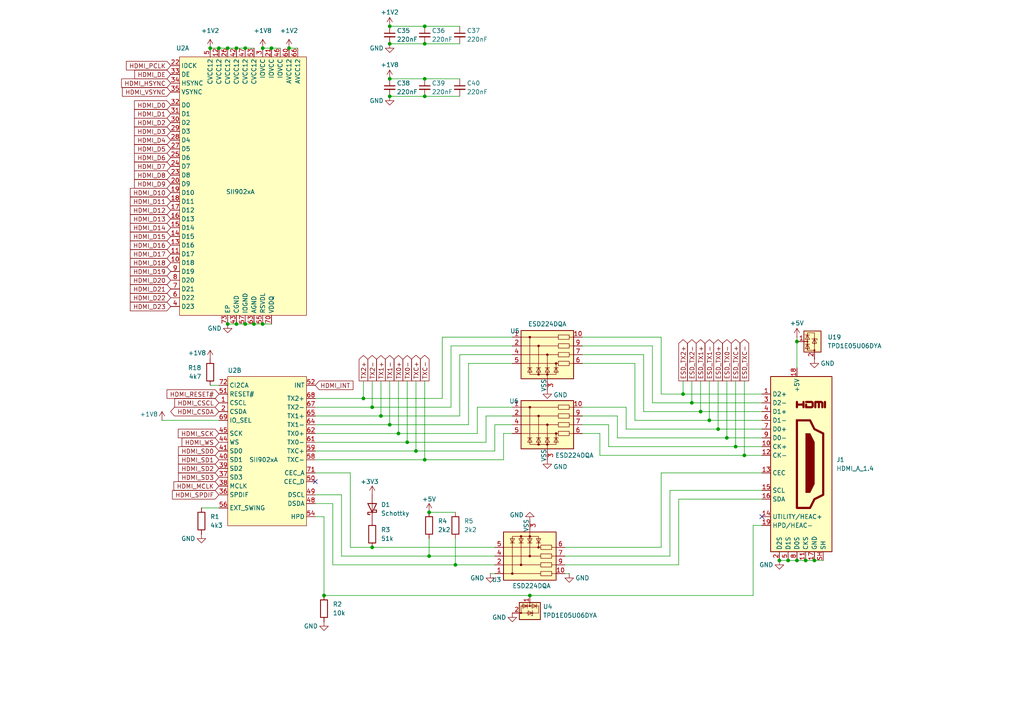
<source format=kicad_sch>
(kicad_sch (version 20231120) (generator "eeschema") (generator_version "8.0")
  (paper "A4")
  (lib_symbols
    (symbol "Connector:HDMI_A_1.4"
      (property "Reference" "J" (at -6.35 26.67 0))
      (property "Value" "HDMI_A_1.4" (at 10.16 26.67 0))
      (symbol "HDMI_A_1.4_0_0"
        (polyline (pts (xy 8.128 16.51) (xy 8.128 18.034)) (stroke (width 0.635)))
        (polyline (pts (xy 0 16.51) (xy 0 18.034) (xy 0 17.272) (xy 1.905 17.272) (xy 1.905 18.034) (xy 1.905 16.51)) (stroke (width 0.635)))
        (polyline (pts (xy 2.667 18.034) (xy 4.318 18.034) (xy 4.572 17.78) (xy 4.572 16.764) (xy 4.318 16.51) (xy 2.667 16.51) (xy 2.667 17.272)) (stroke (width 0.635)))
      )
      (symbol "HDMI_A_1.4_0_1"
        (rectangle (start -7.62 25.4) (end 10.16 -25.4) (stroke (width 0.254)) (fill (type background)))
        (polyline (pts (xy 2.54 8.89) (xy 3.81 8.89) (xy 5.08 6.35) (xy 5.08 -5.715) (xy 3.81 -8.255) (xy 2.54 -8.255) (xy 2.54 8.89)) (fill (type outline)))
        (polyline (pts (xy 5.334 16.51) (xy 5.334 18.034) (xy 6.35 18.034) (xy 6.35 16.51) (xy 6.35 18.034) (xy 7.112 18.034) (xy 7.366 17.78) (xy 7.366 16.51)) (stroke (width 0.635)))
        (polyline (pts (xy 0 12.7) (xy 0 -12.7) (xy 3.81 -12.7) (xy 5.08 -10.16) (xy 7.62 -8.89) (xy 7.62 8.89) (xy 5.08 10.16) (xy 3.81 12.7) (xy 0 12.7)) (stroke (width 0.635)))
      )
      (symbol "HDMI_A_1.4_1_1"
        (pin passive line (at -10.16 20.32 0) (length 2.54) (name "D2+") (number "1"))
        (pin passive line (at -10.16 5.08 0) (length 2.54) (name "CK+") (number "10"))
        (pin power_in line (at 2.54 -27.94 90) (length 2.54) (name "CKS") (number "11"))
        (pin passive line (at -10.16 2.54 0) (length 2.54) (name "CK-") (number "12"))
        (pin bidirectional line (at -10.16 -2.54 0) (length 2.54) (name "CEC") (number "13"))
        (pin passive line (at -10.16 -15.24 0) (length 2.54) (name "UTILITY/HEAC+") (number "14"))
        (pin passive line (at -10.16 -7.62 0) (length 2.54) (name "SCL") (number "15"))
        (pin bidirectional line (at -10.16 -10.16 0) (length 2.54) (name "SDA") (number "16"))
        (pin power_in line (at 5.08 -27.94 90) (length 2.54) (name "GND") (number "17"))
        (pin power_in line (at 0 27.94 270) (length 2.54) (name "+5V") (number "18"))
        (pin passive line (at -10.16 -17.78 0) (length 2.54) (name "HPD/HEAC-") (number "19"))
        (pin power_in line (at -5.08 -27.94 90) (length 2.54) (name "D2S") (number "2"))
        (pin passive line (at -10.16 17.78 0) (length 2.54) (name "D2-") (number "3"))
        (pin passive line (at -10.16 15.24 0) (length 2.54) (name "D1+") (number "4"))
        (pin power_in line (at -2.54 -27.94 90) (length 2.54) (name "D1S") (number "5"))
        (pin passive line (at -10.16 12.7 0) (length 2.54) (name "D1-") (number "6"))
        (pin passive line (at -10.16 10.16 0) (length 2.54) (name "D0+") (number "7"))
        (pin power_in line (at 0 -27.94 90) (length 2.54) (name "D0S") (number "8"))
        (pin passive line (at -10.16 7.62 0) (length 2.54) (name "D0-") (number "9"))
        (pin passive line (at 7.62 -27.94 90) (length 2.54) (name "SH") (number "SH"))
      )
    )
    (symbol "Device:C_Small" (pin_numbers hide) (pin_names (offset 0.254) hide)
      (property "Reference" "C" (at 0.254 1.778 0))
      (property "Value" "C_Small" (at 0.254 -2.032 0))
      (symbol "C_Small_0_1"
        (polyline (pts (xy -1.524 -0.508) (xy 1.524 -0.508)) (stroke (width 0.3302)))
        (polyline (pts (xy -1.524 0.508) (xy 1.524 0.508)) (stroke (width 0.3048)))
      )
      (symbol "C_Small_1_1"
        (pin passive line (at 0 2.54 270) (length 2.032) (name "~") (number "1"))
        (pin passive line (at 0 -2.54 90) (length 2.032) (name "~") (number "2"))
      )
    )
    (symbol "Device:D_Schottky" (pin_numbers hide) (pin_names (offset 1.016) hide)
      (property "Reference" "D" (at 0 2.54 0))
      (property "Value" "D_Schottky" (at 0 -2.54 0))
      (symbol "D_Schottky_0_1"
        (polyline (pts (xy 1.27 0) (xy -1.27 0)))
        (polyline (pts (xy 1.27 1.27) (xy 1.27 -1.27) (xy -1.27 0) (xy 1.27 1.27)) (stroke (width 0.254)))
        (polyline (pts (xy -1.905 0.635) (xy -1.905 1.27) (xy -1.27 1.27) (xy -1.27 -1.27) (xy -0.635 -1.27) (xy -0.635 -0.635)) (stroke (width 0.254)))
      )
      (symbol "D_Schottky_1_1"
        (pin passive line (at -3.81 0 0) (length 2.54) (name "K") (number "1"))
        (pin passive line (at 3.81 0 180) (length 2.54) (name "A") (number "2"))
      )
    )
    (symbol "Device:R" (pin_numbers hide) (pin_names (offset 0))
      (property "Reference" "R" (at 2.032 0 90))
      (property "Value" "R" (at 0 0 90))
      (symbol "R_0_1"
        (rectangle (start -1.016 -2.54) (end 1.016 2.54) (stroke (width 0.254)))
      )
      (symbol "R_1_1"
        (pin passive line (at 0 3.81 270) (length 1.27) (name "~") (number "1"))
        (pin passive line (at 0 -3.81 90) (length 1.27) (name "~") (number "2"))
      )
    )
    (symbol "Interface_HDMI:SII902xA"
      (property "Reference" "U" (at 1.524 2.032 0))
      (property "Value" "SII902xA" (at 13.716 -16.002 0))
      (symbol "SII902xA_1_1"
        (rectangle (start 2.54 -2.54) (end 39.37 -77.47) (fill (type background)))
        (pin input line (at 0 -62.23 0) (length 2.54) (name "D18") (number "10"))
        (pin input line (at 0 -59.69 0) (length 2.54) (name "D17") (number "11"))
        (pin power_in line (at 13.97 0 270) (length 2.54) (name "CVCC12") (number "12"))
        (pin input line (at 0 -57.15 0) (length 2.54) (name "D16") (number "13"))
        (pin input line (at 0 -54.61 0) (length 2.54) (name "D15") (number "14"))
        (pin input line (at 0 -52.07 0) (length 2.54) (name "D14") (number "15"))
        (pin input line (at 0 -49.53 0) (length 2.54) (name "D13") (number "16"))
        (pin input line (at 0 -46.99 0) (length 2.54) (name "D12") (number "17"))
        (pin input line (at 0 -44.45 0) (length 2.54) (name "D11") (number "18"))
        (pin input line (at 0 -41.91 0) (length 2.54) (name "D10") (number "19"))
        (pin input line (at 0 -39.37 0) (length 2.54) (name "D9") (number "20"))
        (pin power_in line (at 29.21 0 270) (length 2.54) (name "IOVCC") (number "21"))
        (pin input line (at 0 -5.08 0) (length 2.54) (name "IDCK") (number "22"))
        (pin input line (at 0 -36.83 0) (length 2.54) (name "D8") (number "23"))
        (pin input line (at 0 -34.29 0) (length 2.54) (name "D7") (number "24"))
        (pin input line (at 0 -31.75 0) (length 2.54) (name "D6") (number "25"))
        (pin power_in line (at 16.51 0 270) (length 2.54) (name "CVCC12") (number "26"))
        (pin input line (at 0 -29.21 0) (length 2.54) (name "D5") (number "27"))
        (pin input line (at 0 -26.67 0) (length 2.54) (name "D4") (number "28"))
        (pin input line (at 0 -24.13 0) (length 2.54) (name "D3") (number "29"))
        (pin power_in line (at 26.67 0 270) (length 2.54) (name "IOVCC") (number "3"))
        (pin input line (at 0 -21.59 0) (length 2.54) (name "D2") (number "30"))
        (pin input line (at 0 -19.05 0) (length 2.54) (name "D1") (number "31"))
        (pin input line (at 0 -16.51 0) (length 2.54) (name "D0") (number "32"))
        (pin input line (at 0 -7.62 0) (length 2.54) (name "DE") (number "33"))
        (pin input line (at 0 -10.16 0) (length 2.54) (name "HSYNC") (number "34"))
        (pin input line (at 0 -12.7 0) (length 2.54) (name "VSYNC") (number "35"))
        (pin input line (at 0 -74.93 0) (length 2.54) (name "D23") (number "4"))
        (pin power_in line (at 19.05 0 270) (length 2.54) (name "CVCC12") (number "42"))
        (pin power_in line (at 19.05 -80.01 90) (length 2.54) (name "CGND") (number "43"))
        (pin power_in line (at 31.75 0 270) (length 2.54) (name "IOVCC") (number "46"))
        (pin power_in line (at 21.59 0 270) (length 2.54) (name "CVCC12") (number "47"))
        (pin power_in line (at 11.43 0 270) (length 2.54) (name "CVCC12") (number "5"))
        (pin power_in line (at 24.13 0 270) (length 2.54) (name "CVCC12") (number "53"))
        (pin input line (at 26.67 -80.01 90) (length 2.54) (name "RSVDL") (number "55"))
        (pin power_in line (at 21.59 -80.01 90) (length 2.54) (name "IOGND") (number "57"))
        (pin input line (at 0 -72.39 0) (length 2.54) (name "D22") (number "6"))
        (pin power_in line (at 34.29 0 270) (length 2.54) (name "AVCC12") (number "60"))
        (pin power_in line (at 24.13 -80.01 90) (length 2.54) (name "AGND") (number "63"))
        (pin power_in line (at 36.83 0 270) (length 2.54) (name "AVCC12") (number "66"))
        (pin input line (at 0 -69.85 0) (length 2.54) (name "D21") (number "7"))
        (pin input line (at 29.21 -80.01 90) (length 2.54) (name "VDDQ") (number "70"))
        (pin power_in line (at 16.51 -80.01 90) (length 2.54) (name "EP") (number "73"))
        (pin input line (at 0 -67.31 0) (length 2.54) (name "D20") (number "8"))
        (pin input line (at 0 -64.77 0) (length 2.54) (name "D19") (number "9"))
      )
      (symbol "SII902xA_2_1"
        (rectangle (start 2.5697 -2.54) (end 25.4 -45.833) (fill (type background)))
        (pin bidirectional line (at 0 -10.16 0) (length 2.54) (name "CSCL") (number "1"))
        (pin bidirectional line (at 0 -12.7 0) (length 2.54) (name "CSDA") (number "2"))
        (pin input line (at 0 -36.83 0) (length 2.54) (name "SPDIF") (number "36"))
        (pin input line (at 0 -31.75 0) (length 2.54) (name "SD3") (number "37"))
        (pin input line (at 0 -34.29 0) (length 2.54) (name "MCLK") (number "38"))
        (pin input line (at 0 -29.21 0) (length 2.54) (name "SD2") (number "39"))
        (pin input line (at 0 -26.67 0) (length 2.54) (name "SD1") (number "40"))
        (pin input line (at 0 -24.13 0) (length 2.54) (name "SD0") (number "41"))
        (pin input line (at 0 -21.59 0) (length 2.54) (name "WS") (number "44"))
        (pin input line (at 0 -19.05 0) (length 2.54) (name "SCK") (number "45"))
        (pin bidirectional line (at 27.94 -39.37 180) (length 2.54) (name "DSDA") (number "48"))
        (pin bidirectional line (at 27.94 -36.83 180) (length 2.54) (name "DSCL") (number "49"))
        (pin bidirectional line (at 27.94 -33.02 180) (length 2.54) (name "CEC_D") (number "50"))
        (pin input line (at 0 -7.62 0) (length 2.54) (name "RESET#") (number "51"))
        (pin output line (at 27.94 -5.08 180) (length 2.54) (name "INT") (number "52"))
        (pin input line (at 27.94 -43.18 180) (length 2.54) (name "HPD") (number "54"))
        (pin input line (at 0 -40.64 0) (length 2.54) (name "EXT_SWING") (number "56"))
        (pin output line (at 27.94 -26.67 180) (length 2.54) (name "TXC-") (number "58"))
        (pin output line (at 27.94 -24.13 180) (length 2.54) (name "TXC+") (number "59"))
        (pin output line (at 27.94 -21.59 180) (length 2.54) (name "TX0-") (number "61"))
        (pin output line (at 27.94 -19.05 180) (length 2.54) (name "TX0+") (number "62"))
        (pin output line (at 27.94 -16.51 180) (length 2.54) (name "TX1-") (number "64"))
        (pin output line (at 27.94 -13.97 180) (length 2.54) (name "TX1+") (number "65"))
        (pin output line (at 27.94 -11.43 180) (length 2.54) (name "TX2-") (number "67"))
        (pin output line (at 27.94 -8.89 180) (length 2.54) (name "TX2+") (number "68"))
        (pin input line (at 0 -15.24 0) (length 2.54) (name "IO_SEL") (number "69"))
        (pin bidirectional line (at 27.94 -30.48 180) (length 2.54) (name "CEC_A") (number "71"))
        (pin input line (at 0 -5.08 0) (length 2.54) (name "CI2CA") (number "72"))
      )
    )
    (symbol "Power_Protection:ESD224DQA" (pin_names (offset 0))
      (property "Reference" "U" (at -0.635 8.255 0))
      (property "Value" "ESD224DQA" (at 8.89 -8.255 0))
      (symbol "ESD224DQA_0_0"
        (polyline (pts (xy -2.54 -5.715) (xy -2.54 2.54)))
        (polyline (pts (xy 0 0) (xy 0 -6.985)))
      )
      (symbol "ESD224DQA_0_1"
        (rectangle (start -7.62 6.985) (end 7.62 -6.985) (stroke (width 0.254)) (fill (type background)))
        (circle (center -5.08 5.08) (radius 0.2794) (fill (type outline)))
        (circle (center -2.54 -5.715) (radius 0.2794) (fill (type outline)))
        (circle (center -2.54 2.54) (radius 0.2794) (fill (type outline)))
        (circle (center 0 -5.715) (radius 0.2794) (fill (type outline)))
        (polyline (pts (xy -7.62 -2.54) (xy 3.175 -2.54)))
        (polyline (pts (xy -7.62 0) (xy 1.27 0)))
        (polyline (pts (xy -7.62 2.54) (xy -5.08 2.54)))
        (polyline (pts (xy -7.62 5.08) (xy -7.62 5.08)))
        (polyline (pts (xy -4.445 -3.81) (xy -5.715 -3.81)))
        (polyline (pts (xy -1.905 -3.81) (xy -3.175 -3.81)))
        (polyline (pts (xy 0 -6.985) (xy 0 -7.62)))
        (polyline (pts (xy 0.635 -3.81) (xy -0.635 -3.81)))
        (polyline (pts (xy 3.175 -3.81) (xy 1.905 -3.81)))
        (polyline (pts (xy 3.175 0) (xy 1.27 0)) (stroke (width 0.1524)))
        (polyline (pts (xy 3.175 5.08) (xy -7.62 5.08)) (stroke (width 0.1524)))
        (polyline (pts (xy 7.62 -2.54) (xy 6.35 -2.54)) (stroke (width 0.1524)))
        (polyline (pts (xy 7.62 0) (xy 6.35 0)) (stroke (width 0.1524)))
        (polyline (pts (xy 7.62 2.54) (xy 6.35 2.54)) (stroke (width 0.1524)))
        (polyline (pts (xy 7.62 5.08) (xy 6.35 5.08)) (stroke (width 0.1524)))
        (polyline (pts (xy -5.08 5.08) (xy -5.08 -5.715) (xy 2.54 -5.715) (xy 2.54 -2.54)) (stroke (width 0.1524)))
        (polyline (pts (xy -4.445 -5.08) (xy -5.715 -5.08) (xy -5.08 -3.81) (xy -4.445 -5.08)))
        (polyline (pts (xy -1.905 -5.08) (xy -3.175 -5.08) (xy -2.54 -3.81) (xy -1.905 -5.08)))
        (polyline (pts (xy 0.635 -5.08) (xy -0.635 -5.08) (xy 0 -3.81) (xy 0.635 -5.08)))
        (polyline (pts (xy 3.175 -5.08) (xy 1.905 -5.08) (xy 2.54 -3.81) (xy 3.175 -5.08)))
        (polyline (pts (xy 3.175 2.54) (xy 0 2.54) (xy 0 2.54) (xy -3.81 2.54) (xy -3.81 2.54) (xy -5.08 2.54)) (stroke (width 0.1524)))
        (circle (center 0 0) (radius 0.2794) (fill (type outline)))
        (circle (center 2.54 -2.54) (radius 0.2794) (fill (type outline)))
        (rectangle (start 3.175 -1.905) (end 6.35 -3.175) (stroke (width 0.1524)))
        (rectangle (start 3.175 0.635) (end 6.35 -0.635) (stroke (width 0.1524)))
        (rectangle (start 3.175 3.175) (end 6.35 1.905) (stroke (width 0.1524)))
        (rectangle (start 3.175 5.715) (end 6.35 4.445) (stroke (width 0.1524)))
      )
      (symbol "ESD224DQA_1_1"
        (pin passive line (at -10.16 5.08 0) (length 2.54) (name "~") (number "1"))
        (pin passive line (at 10.16 5.08 180) (length 2.54) (name "~") (number "10"))
        (pin passive line (at -10.16 2.54 0) (length 2.54) (name "~") (number "2"))
        (pin power_in line (at 0 -10.16 90) (length 2.54) (name "VSS") (number "3"))
        (pin passive line (at -10.16 0 0) (length 2.54) (name "~") (number "4"))
        (pin passive line (at -10.16 -2.54 0) (length 2.54) (name "~") (number "5"))
        (pin passive line (at 10.16 -2.54 180) (length 2.54) (name "~") (number "6"))
        (pin passive line (at 10.16 0 180) (length 2.54) (name "~") (number "7"))
        (pin passive line (at 0 -10.16 90) (length 2.54) hide (name "VSS") (number "8"))
        (pin passive line (at 10.16 2.54 180) (length 2.54) (name "~") (number "9"))
      )
    )
    (symbol "Power_Protection:TPD1E05U06DYA" (pin_names (offset 0) hide)
      (property "Reference" "U" (at -2.54 3.175 0))
      (property "Value" "TPD1E05U06DYA" (at 1.27 3.175 0))
      (symbol "TPD1E05U06DYA_0_1"
        (rectangle (start -3.048 1.905) (end 3.048 -3.048) (stroke (width 0.254)) (fill (type background)))
        (circle (center 0 -2.032) (radius 0.2032) (fill (type outline)))
        (polyline (pts (xy -2.54 -2.032) (xy -2.54 0)))
        (polyline (pts (xy -1.905 -2.667) (xy -1.905 -1.397)))
        (polyline (pts (xy -1.016 0) (xy -2.54 0)))
        (polyline (pts (xy -0.762 -0.762) (xy -0.762 0.762)))
        (polyline (pts (xy -0.762 0.762) (xy -0.762 0.762)))
        (polyline (pts (xy -0.635 -2.032) (xy -2.54 -2.032)))
        (polyline (pts (xy -0.635 -2.032) (xy 0.635 -2.032)))
        (polyline (pts (xy -0.381 0.762) (xy -0.762 0.762)))
        (polyline (pts (xy 0 -2.54) (xy 0 -2.032)))
        (polyline (pts (xy 0.762 -2.667) (xy 0.762 -1.397)))
        (polyline (pts (xy 0.889 0) (xy -1.016 0)))
        (polyline (pts (xy 0.889 0) (xy -1.016 0)))
        (polyline (pts (xy 0.889 0) (xy 2.54 0)))
        (polyline (pts (xy 2.54 -2.032) (xy 0.635 -2.032)))
        (polyline (pts (xy 2.54 -2.032) (xy 0.635 -2.032)))
        (polyline (pts (xy 2.54 -2.032) (xy 2.54 0)))
        (polyline (pts (xy -1.905 -2.032) (xy -0.635 -1.397) (xy -0.635 -2.667) (xy -1.905 -2.032)))
        (polyline (pts (xy -0.762 0) (xy 0.508 0.635) (xy 0.508 -0.635) (xy -0.762 0)))
        (polyline (pts (xy 0.762 -2.032) (xy 2.032 -1.397) (xy 2.032 -2.667) (xy 0.762 -2.032)))
        (circle (center 2.54 0) (radius 0.2032) (fill (type outline)))
      )
      (symbol "TPD1E05U06DYA_1_1"
        (pin passive line (at 0 -5.08 90) (length 2.54) (name "I/O") (number "1"))
        (pin power_in line (at 5.08 0 180) (length 2.54) (name "GND") (number "2"))
      )
    )
    (symbol "power:+1V2" (power) (pin_numbers hide) (pin_names (offset 0) hide)
      (property "Value" "+1V2" (at 0 3.556 0))
      (symbol "+1V2_0_1"
        (polyline (pts (xy -0.762 1.27) (xy 0 2.54)))
        (polyline (pts (xy 0 0) (xy 0 2.54)))
        (polyline (pts (xy 0 2.54) (xy 0.762 1.27)))
      )
      (symbol "+1V2_1_1"
        (pin power_in line (at 0 0 90) (length 0) (name "~") (number "1"))
      )
    )
    (symbol "power:+1V8" (power) (pin_numbers hide) (pin_names (offset 0) hide)
      (property "Value" "+1V8" (at 0 3.556 0))
      (symbol "+1V8_0_1"
        (polyline (pts (xy -0.762 1.27) (xy 0 2.54)))
        (polyline (pts (xy 0 0) (xy 0 2.54)))
        (polyline (pts (xy 0 2.54) (xy 0.762 1.27)))
      )
      (symbol "+1V8_1_1"
        (pin power_in line (at 0 0 90) (length 0) (name "~") (number "1"))
      )
    )
    (symbol "power:+3V3" (power) (pin_numbers hide) (pin_names (offset 0) hide)
      (property "Value" "+3V3" (at 0 3.556 0))
      (symbol "+3V3_0_1"
        (polyline (pts (xy -0.762 1.27) (xy 0 2.54)))
        (polyline (pts (xy 0 0) (xy 0 2.54)))
        (polyline (pts (xy 0 2.54) (xy 0.762 1.27)))
      )
      (symbol "+3V3_1_1"
        (pin power_in line (at 0 0 90) (length 0) (name "~") (number "1"))
      )
    )
    (symbol "power:+5V" (power) (pin_numbers hide) (pin_names (offset 0) hide)
      (property "Value" "+5V" (at 0 3.556 0))
      (symbol "+5V_0_1"
        (polyline (pts (xy -0.762 1.27) (xy 0 2.54)))
        (polyline (pts (xy 0 0) (xy 0 2.54)))
        (polyline (pts (xy 0 2.54) (xy 0.762 1.27)))
      )
      (symbol "+5V_1_1"
        (pin power_in line (at 0 0 90) (length 0) (name "~") (number "1"))
      )
    )
    (symbol "power:GND" (power) (pin_numbers hide) (pin_names (offset 0) hide)
      (property "Value" "GND" (at 0 -3.81 0))
      (symbol "GND_0_1"
        (polyline (pts (xy 0 0) (xy 0 -1.27) (xy 1.27 -1.27) (xy 0 -2.54) (xy -1.27 -1.27) (xy 0 -1.27)))
      )
      (symbol "GND_1_1"
        (pin power_in line (at 0 0 270) (length 0) (name "~") (number "1"))
      )
    )
  )
  (junction (at 123.19 12.7))
  (junction (at 123.19 27.94))
  (junction (at 228.6 162.56))
  (junction (at 124.46 161.29))
  (junction (at 233.68 162.56))
  (junction (at 123.19 133.35))
  (junction (at 120.65 130.81))
  (junction (at 71.12 13.97))
  (junction (at 110.49 120.65))
  (junction (at 231.14 99.06))
  (junction (at 113.03 27.94))
  (junction (at 208.28 124.46))
  (junction (at 153.67 172.72))
  (junction (at 123.19 7.62))
  (junction (at 105.41 115.57))
  (junction (at 210.82 127))
  (junction (at 200.66 116.84))
  (junction (at 68.58 13.97))
  (junction (at 107.95 118.11))
  (junction (at 226.06 162.56))
  (junction (at 203.2 119.38))
  (junction (at 113.03 22.86))
  (junction (at 113.03 12.7))
  (junction (at 83.82 13.97))
  (junction (at 71.12 93.98))
  (junction (at 63.5 13.97))
  (junction (at 68.58 93.98))
  (junction (at 124.46 148.59))
  (junction (at 93.98 172.72))
  (junction (at 113.03 123.19))
  (junction (at 76.2 13.97))
  (junction (at 76.2 93.98))
  (junction (at 60.96 13.97))
  (junction (at 231.14 162.56))
  (junction (at 213.36 129.54))
  (junction (at 215.9 132.08))
  (junction (at 66.04 93.98))
  (junction (at 132.08 163.83))
  (junction (at 236.22 162.56))
  (junction (at 107.95 158.75))
  (junction (at 198.12 114.3))
  (junction (at 73.66 93.98))
  (junction (at 113.03 7.62))
  (junction (at 205.74 121.92))
  (junction (at 123.19 22.86))
  (junction (at 66.04 13.97))
  (junction (at 78.74 13.97))
  (junction (at 118.11 128.27))
  (junction (at 115.57 125.73))
  (no_connect (at 220.98 149.86))
  (no_connect (at 91.44 139.7))
  (wire (pts (xy 142.24 166.37) (xy 143.51 166.37)))
  (wire (pts (xy 130.81 118.11) (xy 130.81 100.33)))
  (wire (pts (xy 68.58 93.98) (xy 71.12 93.98)))
  (wire (pts (xy 101.6 158.75) (xy 107.95 158.75)))
  (wire (pts (xy 176.53 129.54) (xy 176.53 123.19)))
  (wire (pts (xy 71.12 13.97) (xy 73.66 13.97)))
  (wire (pts (xy 143.51 130.81) (xy 143.51 123.19)))
  (wire (pts (xy 191.77 114.3) (xy 191.77 97.79)))
  (wire (pts (xy 194.31 142.24) (xy 220.98 142.24)))
  (wire (pts (xy 208.28 124.46) (xy 220.98 124.46)))
  (wire (pts (xy 93.98 149.86) (xy 91.44 149.86)))
  (wire (pts (xy 198.12 114.3) (xy 220.98 114.3)))
  (wire (pts (xy 208.28 124.46) (xy 181.61 124.46)))
  (wire (pts (xy 46.99 121.92) (xy 63.5 121.92)))
  (wire (pts (xy 123.19 7.62) (xy 133.35 7.62)))
  (wire (pts (xy 133.35 102.87) (xy 133.35 120.65)))
  (wire (pts (xy 203.2 119.38) (xy 220.98 119.38)))
  (wire (pts (xy 140.97 128.27) (xy 140.97 120.65)))
  (wire (pts (xy 113.03 27.94) (xy 123.19 27.94)))
  (wire (pts (xy 146.05 133.35) (xy 146.05 125.73)))
  (wire (pts (xy 118.11 110.49) (xy 118.11 128.27)))
  (wire (pts (xy 138.43 118.11) (xy 148.59 118.11)))
  (wire (pts (xy 205.74 110.49) (xy 205.74 121.92)))
  (wire (pts (xy 91.44 137.16) (xy 101.6 137.16)))
  (wire (pts (xy 123.19 133.35) (xy 146.05 133.35)))
  (wire (pts (xy 58.42 147.32) (xy 63.5 147.32)))
  (wire (pts (xy 120.65 130.81) (xy 143.51 130.81)))
  (wire (pts (xy 120.65 110.49) (xy 120.65 130.81)))
  (wire (pts (xy 124.46 161.29) (xy 143.51 161.29)))
  (wire (pts (xy 91.44 120.65) (xy 110.49 120.65)))
  (wire (pts (xy 113.03 22.86) (xy 123.19 22.86)))
  (wire (pts (xy 105.41 110.49) (xy 105.41 115.57)))
  (wire (pts (xy 91.44 123.19) (xy 113.03 123.19)))
  (wire (pts (xy 91.44 130.81) (xy 120.65 130.81)))
  (wire (pts (xy 66.04 13.97) (xy 68.58 13.97)))
  (wire (pts (xy 107.95 118.11) (xy 130.81 118.11)))
  (wire (pts (xy 173.99 132.08) (xy 173.99 125.73)))
  (wire (pts (xy 73.66 93.98) (xy 76.2 93.98)))
  (wire (pts (xy 113.03 123.19) (xy 135.89 123.19)))
  (wire (pts (xy 96.52 163.83) (xy 96.52 146.05)))
  (wire (pts (xy 60.96 111.76) (xy 63.5 111.76)))
  (wire (pts (xy 71.12 93.98) (xy 73.66 93.98)))
  (wire (pts (xy 91.44 118.11) (xy 107.95 118.11)))
  (wire (pts (xy 233.68 162.56) (xy 236.22 162.56)))
  (wire (pts (xy 220.98 144.78) (xy 196.85 144.78)))
  (wire (pts (xy 179.07 127) (xy 179.07 120.65)))
  (wire (pts (xy 203.2 110.49) (xy 203.2 119.38)))
  (wire (pts (xy 213.36 129.54) (xy 220.98 129.54)))
  (wire (pts (xy 220.98 137.16) (xy 191.77 137.16)))
  (wire (pts (xy 186.69 102.87) (xy 186.69 119.38)))
  (wire (pts (xy 146.05 125.73) (xy 148.59 125.73)))
  (wire (pts (xy 68.58 13.97) (xy 71.12 13.97)))
  (wire (pts (xy 76.2 13.97) (xy 78.74 13.97)))
  (wire (pts (xy 215.9 132.08) (xy 173.99 132.08)))
  (wire (pts (xy 165.1 166.37) (xy 163.83 166.37)))
  (wire (pts (xy 91.44 128.27) (xy 118.11 128.27)))
  (wire (pts (xy 123.19 27.94) (xy 133.35 27.94)))
  (wire (pts (xy 93.98 172.72) (xy 153.67 172.72)))
  (wire (pts (xy 99.06 161.29) (xy 99.06 143.51)))
  (wire (pts (xy 205.74 121.92) (xy 184.15 121.92)))
  (wire (pts (xy 138.43 125.73) (xy 138.43 118.11)))
  (wire (pts (xy 113.03 110.49) (xy 113.03 123.19)))
  (wire (pts (xy 168.91 97.79) (xy 191.77 97.79)))
  (wire (pts (xy 128.27 97.79) (xy 128.27 115.57)))
  (wire (pts (xy 132.08 163.83) (xy 143.51 163.83)))
  (wire (pts (xy 148.59 102.87) (xy 133.35 102.87)))
  (wire (pts (xy 91.44 115.57) (xy 105.41 115.57)))
  (wire (pts (xy 213.36 129.54) (xy 176.53 129.54)))
  (wire (pts (xy 196.85 163.83) (xy 163.83 163.83)))
  (wire (pts (xy 99.06 143.51) (xy 91.44 143.51)))
  (wire (pts (xy 91.44 125.73) (xy 115.57 125.73)))
  (wire (pts (xy 113.03 12.7) (xy 123.19 12.7)))
  (wire (pts (xy 200.66 116.84) (xy 220.98 116.84)))
  (wire (pts (xy 113.03 7.62) (xy 123.19 7.62)))
  (wire (pts (xy 189.23 116.84) (xy 200.66 116.84)))
  (wire (pts (xy 140.97 120.65) (xy 148.59 120.65)))
  (wire (pts (xy 186.69 119.38) (xy 203.2 119.38)))
  (wire (pts (xy 148.59 97.79) (xy 128.27 97.79)))
  (wire (pts (xy 66.04 93.98) (xy 68.58 93.98)))
  (wire (pts (xy 196.85 144.78) (xy 196.85 163.83)))
  (wire (pts (xy 181.61 124.46) (xy 181.61 118.11)))
  (wire (pts (xy 107.95 158.75) (xy 143.51 158.75)))
  (wire (pts (xy 215.9 110.49) (xy 215.9 132.08)))
  (wire (pts (xy 228.6 162.56) (xy 231.14 162.56)))
  (wire (pts (xy 168.91 118.11) (xy 181.61 118.11)))
  (wire (pts (xy 124.46 156.21) (xy 124.46 161.29)))
  (wire (pts (xy 208.28 110.49) (xy 208.28 124.46)))
  (wire (pts (xy 153.67 172.72) (xy 218.44 172.72)))
  (wire (pts (xy 210.82 110.49) (xy 210.82 127)))
  (wire (pts (xy 184.15 121.92) (xy 184.15 105.41)))
  (wire (pts (xy 143.51 123.19) (xy 148.59 123.19)))
  (wire (pts (xy 215.9 132.08) (xy 220.98 132.08)))
  (wire (pts (xy 168.91 120.65) (xy 179.07 120.65)))
  (wire (pts (xy 110.49 110.49) (xy 110.49 120.65)))
  (wire (pts (xy 123.19 12.7) (xy 133.35 12.7)))
  (wire (pts (xy 163.83 161.29) (xy 194.31 161.29)))
  (wire (pts (xy 123.19 22.86) (xy 133.35 22.86)))
  (wire (pts (xy 135.89 105.41) (xy 135.89 123.19)))
  (wire (pts (xy 205.74 121.92) (xy 220.98 121.92)))
  (wire (pts (xy 63.5 13.97) (xy 66.04 13.97)))
  (wire (pts (xy 168.91 123.19) (xy 176.53 123.19)))
  (wire (pts (xy 60.96 13.97) (xy 63.5 13.97)))
  (wire (pts (xy 130.81 100.33) (xy 148.59 100.33)))
  (wire (pts (xy 78.74 13.97) (xy 81.28 13.97)))
  (wire (pts (xy 191.77 137.16) (xy 191.77 158.75)))
  (wire (pts (xy 210.82 127) (xy 179.07 127)))
  (wire (pts (xy 101.6 137.16) (xy 101.6 158.75)))
  (wire (pts (xy 198.12 114.3) (xy 191.77 114.3)))
  (wire (pts (xy 168.91 105.41) (xy 184.15 105.41)))
  (wire (pts (xy 231.14 97.79) (xy 231.14 99.06)))
  (wire (pts (xy 198.12 110.49) (xy 198.12 114.3)))
  (wire (pts (xy 200.66 110.49) (xy 200.66 116.84)))
  (wire (pts (xy 231.14 162.56) (xy 233.68 162.56)))
  (wire (pts (xy 115.57 110.49) (xy 115.57 125.73)))
  (wire (pts (xy 118.11 128.27) (xy 140.97 128.27)))
  (wire (pts (xy 115.57 125.73) (xy 138.43 125.73)))
  (wire (pts (xy 124.46 148.59) (xy 132.08 148.59)))
  (wire (pts (xy 96.52 163.83) (xy 132.08 163.83)))
  (wire (pts (xy 96.52 146.05) (xy 91.44 146.05)))
  (wire (pts (xy 148.59 105.41) (xy 135.89 105.41)))
  (wire (pts (xy 194.31 161.29) (xy 194.31 142.24)))
  (wire (pts (xy 132.08 156.21) (xy 132.08 163.83)))
  (wire (pts (xy 231.14 99.06) (xy 231.14 106.68)))
  (wire (pts (xy 168.91 125.73) (xy 173.99 125.73)))
  (wire (pts (xy 210.82 127) (xy 220.98 127)))
  (wire (pts (xy 218.44 152.4) (xy 218.44 172.72)))
  (wire (pts (xy 123.19 110.49) (xy 123.19 133.35)))
  (wire (pts (xy 191.77 158.75) (xy 163.83 158.75)))
  (wire (pts (xy 168.91 100.33) (xy 189.23 100.33)))
  (wire (pts (xy 226.06 162.56) (xy 228.6 162.56)))
  (wire (pts (xy 218.44 152.4) (xy 220.98 152.4)))
  (wire (pts (xy 168.91 102.87) (xy 186.69 102.87)))
  (wire (pts (xy 213.36 110.49) (xy 213.36 129.54)))
  (wire (pts (xy 110.49 120.65) (xy 133.35 120.65)))
  (wire (pts (xy 128.27 115.57) (xy 105.41 115.57)))
  (wire (pts (xy 93.98 149.86) (xy 93.98 172.72)))
  (wire (pts (xy 236.22 162.56) (xy 238.76 162.56)))
  (wire (pts (xy 83.82 13.97) (xy 86.36 13.97)))
  (wire (pts (xy 99.06 161.29) (xy 124.46 161.29)))
  (wire (pts (xy 107.95 110.49) (xy 107.95 118.11)))
  (wire (pts (xy 189.23 100.33) (xy 189.23 116.84)))
  (wire (pts (xy 76.2 93.98) (xy 78.74 93.98)))
  (wire (pts (xy 91.44 133.35) (xy 123.19 133.35)))
  (global_label "HDMI_D16" (shape input) (at 49.53 71.12 180) (property "Intersheetrefs" "${INTERSHEET_REFS}" (effects (hide yes))))
  (global_label "ESD_TX1+" (shape output) (at 203.2 110.49 90) (property "Intersheetrefs" "${INTERSHEET_REFS}" (effects (hide yes))))
  (global_label "HDMI_D10" (shape input) (at 49.53 55.88 180) (property "Intersheetrefs" "${INTERSHEET_REFS}" (effects (hide yes))))
  (global_label "ESD_TX2-" (shape output) (at 200.66 110.49 90) (property "Intersheetrefs" "${INTERSHEET_REFS}" (effects (hide yes))))
  (global_label "ESD_TX1-" (shape output) (at 205.74 110.49 90) (property "Intersheetrefs" "${INTERSHEET_REFS}" (effects (hide yes))))
  (global_label "HDMI_WS" (shape input) (at 63.5 128.27 180) (property "Intersheetrefs" "${INTERSHEET_REFS}" (effects (hide yes))))
  (global_label "HDMI_D23" (shape input) (at 49.53 88.9 180) (property "Intersheetrefs" "${INTERSHEET_REFS}" (effects (hide yes))))
  (global_label "HDMI_VSYNC" (shape input) (at 49.53 26.67 180) (property "Intersheetrefs" "${INTERSHEET_REFS}" (effects (hide yes))))
  (global_label "TX1-" (shape output) (at 113.03 110.49 90) (property "Intersheetrefs" "${INTERSHEET_REFS}" (effects (hide yes))))
  (global_label "HDMI_D22" (shape input) (at 49.53 86.36 180) (property "Intersheetrefs" "${INTERSHEET_REFS}" (effects (hide yes))))
  (global_label "TXC+" (shape output) (at 120.65 110.49 90) (property "Intersheetrefs" "${INTERSHEET_REFS}" (effects (hide yes))))
  (global_label "HDMI_SCK" (shape input) (at 63.5 125.73 180) (property "Intersheetrefs" "${INTERSHEET_REFS}" (effects (hide yes))))
  (global_label "HDMI_DE" (shape input) (at 49.53 21.59 180) (property "Intersheetrefs" "${INTERSHEET_REFS}" (effects (hide yes))))
  (global_label "HDMI_MCLK" (shape input) (at 63.5 140.97 180) (property "Intersheetrefs" "${INTERSHEET_REFS}" (effects (hide yes))))
  (global_label "HDMI_INT" (shape input) (at 91.44 111.76 0) (property "Intersheetrefs" "${INTERSHEET_REFS}" (effects (hide yes))))
  (global_label "HDMI_D3" (shape input) (at 49.53 38.1 180) (property "Intersheetrefs" "${INTERSHEET_REFS}" (effects (hide yes))))
  (global_label "TX0-" (shape output) (at 118.11 110.49 90) (property "Intersheetrefs" "${INTERSHEET_REFS}" (effects (hide yes))))
  (global_label "HDMI_D12" (shape input) (at 49.53 60.96 180) (property "Intersheetrefs" "${INTERSHEET_REFS}" (effects (hide yes))))
  (global_label "ESD_TXC-" (shape output) (at 215.9 110.49 90) (property "Intersheetrefs" "${INTERSHEET_REFS}" (effects (hide yes))))
  (global_label "HDMI_D5" (shape input) (at 49.53 43.18 180) (property "Intersheetrefs" "${INTERSHEET_REFS}" (effects (hide yes))))
  (global_label "HDMI_SD1" (shape input) (at 63.5 133.35 180) (property "Intersheetrefs" "${INTERSHEET_REFS}" (effects (hide yes))))
  (global_label "HDMI_D1" (shape input) (at 49.53 33.02 180) (property "Intersheetrefs" "${INTERSHEET_REFS}" (effects (hide yes))))
  (global_label "HDMI_D13" (shape input) (at 49.53 63.5 180) (property "Intersheetrefs" "${INTERSHEET_REFS}" (effects (hide yes))))
  (global_label "HDMI_SD3" (shape input) (at 63.5 138.43 180) (property "Intersheetrefs" "${INTERSHEET_REFS}" (effects (hide yes))))
  (global_label "HDMI_SPDIF" (shape input) (at 63.5 143.51 180) (property "Intersheetrefs" "${INTERSHEET_REFS}" (effects (hide yes))))
  (global_label "HDMI_D11" (shape input) (at 49.53 58.42 180) (property "Intersheetrefs" "${INTERSHEET_REFS}" (effects (hide yes))))
  (global_label "HDMI_D2" (shape input) (at 49.53 35.56 180) (property "Intersheetrefs" "${INTERSHEET_REFS}" (effects (hide yes))))
  (global_label "ESD_TX2+" (shape output) (at 198.12 110.49 90) (property "Intersheetrefs" "${INTERSHEET_REFS}" (effects (hide yes))))
  (global_label "HDMI_D21" (shape input) (at 49.53 83.82 180) (property "Intersheetrefs" "${INTERSHEET_REFS}" (effects (hide yes))))
  (global_label "HDMI_D4" (shape input) (at 49.53 40.64 180) (property "Intersheetrefs" "${INTERSHEET_REFS}" (effects (hide yes))))
  (global_label "HDMI_CSCL" (shape input) (at 63.5 116.84 180) (property "Intersheetrefs" "${INTERSHEET_REFS}" (effects (hide yes))))
  (global_label "HDMI_RESET#" (shape input) (at 63.5 114.3 180) (property "Intersheetrefs" "${INTERSHEET_REFS}" (effects (hide yes))))
  (global_label "HDMI_CSDA" (shape bidirectional) (at 63.5 119.38 180) (property "Intersheetrefs" "${INTERSHEET_REFS}" (effects (hide yes))))
  (global_label "HDMI_HSYNC" (shape input) (at 49.53 24.13 180) (property "Intersheetrefs" "${INTERSHEET_REFS}" (effects (hide yes))))
  (global_label "ESD_TXC+" (shape output) (at 213.36 110.49 90) (property "Intersheetrefs" "${INTERSHEET_REFS}" (effects (hide yes))))
  (global_label "TXC-" (shape output) (at 123.19 110.49 90) (property "Intersheetrefs" "${INTERSHEET_REFS}" (effects (hide yes))))
  (global_label "HDMI_D9" (shape input) (at 49.53 53.34 180) (property "Intersheetrefs" "${INTERSHEET_REFS}" (effects (hide yes))))
  (global_label "HDMI_D18" (shape input) (at 49.53 76.2 180) (property "Intersheetrefs" "${INTERSHEET_REFS}" (effects (hide yes))))
  (global_label "HDMI_D6" (shape input) (at 49.53 45.72 180) (property "Intersheetrefs" "${INTERSHEET_REFS}" (effects (hide yes))))
  (global_label "HDMI_D7" (shape input) (at 49.53 48.26 180) (property "Intersheetrefs" "${INTERSHEET_REFS}" (effects (hide yes))))
  (global_label "TX2+" (shape output) (at 105.41 110.49 90) (property "Intersheetrefs" "${INTERSHEET_REFS}" (effects (hide yes))))
  (global_label "ESD_TX0+" (shape output) (at 208.28 110.49 90) (property "Intersheetrefs" "${INTERSHEET_REFS}" (effects (hide yes))))
  (global_label "HDMI_D0" (shape input) (at 49.53 30.48 180) (property "Intersheetrefs" "${INTERSHEET_REFS}" (effects (hide yes))))
  (global_label "ESD_TX0-" (shape output) (at 210.82 110.49 90) (property "Intersheetrefs" "${INTERSHEET_REFS}" (effects (hide yes))))
  (global_label "HDMI_D8" (shape input) (at 49.53 50.8 180) (property "Intersheetrefs" "${INTERSHEET_REFS}" (effects (hide yes))))
  (global_label "HDMI_D20" (shape input) (at 49.53 81.28 180) (property "Intersheetrefs" "${INTERSHEET_REFS}" (effects (hide yes))))
  (global_label "TX1+" (shape output) (at 110.49 110.49 90) (property "Intersheetrefs" "${INTERSHEET_REFS}" (effects (hide yes))))
  (global_label "HDMI_D19" (shape input) (at 49.53 78.74 180) (property "Intersheetrefs" "${INTERSHEET_REFS}" (effects (hide yes))))
  (global_label "HDMI_SD0" (shape input) (at 63.5 130.81 180) (property "Intersheetrefs" "${INTERSHEET_REFS}" (effects (hide yes))))
  (global_label "HDMI_D14" (shape input) (at 49.53 66.04 180) (property "Intersheetrefs" "${INTERSHEET_REFS}" (effects (hide yes))))
  (global_label "HDMI_PCLK" (shape input) (at 49.53 19.05 180) (property "Intersheetrefs" "${INTERSHEET_REFS}" (effects (hide yes))))
  (global_label "HDMI_D17" (shape input) (at 49.53 73.66 180) (property "Intersheetrefs" "${INTERSHEET_REFS}" (effects (hide yes))))
  (global_label "HDMI_SD2" (shape input) (at 63.5 135.89 180) (property "Intersheetrefs" "${INTERSHEET_REFS}" (effects (hide yes))))
  (global_label "TX0+" (shape output) (at 115.57 110.49 90) (property "Intersheetrefs" "${INTERSHEET_REFS}" (effects (hide yes))))
  (global_label "TX2-" (shape output) (at 107.95 110.49 90) (property "Intersheetrefs" "${INTERSHEET_REFS}" (effects (hide yes))))
  (global_label "HDMI_D15" (shape input) (at 49.53 68.58 180) (property "Intersheetrefs" "${INTERSHEET_REFS}" (effects (hide yes))))
  (symbol (lib_id "Power_Protection:ESD224DQA") (at 158.75 123.19 0) (unit 1)
    (property "Reference" "U6" (at 149.098 116.332 0))
    (property "Value" "ESD224DQA" (at 166.624 132.08 0))
    (property "Footprint" "Package_DFN_QFN:Diodes_UDFN-10_1.0x2.5mm_P0.5mm" (effects (hide yes)))
    (property "Datasheet" "https://www.ti.com/lit/ds/symlink/esd224.pdf" (effects (hide yes)))
    (property "Description" "4-Channel Low Capacitance TVS Diode Array, USON-10" (effects (hide yes)))
  )
  (symbol (lib_id "power:+5V") (at 124.46 148.59 0) (unit 1)
    (property "Reference" "#PWR09" (effects (hide yes)))
    (property "Value" "+5V" (at 124.46 144.78 0))
    (property "Description" "Power symbol creates a global label with name \"+5V\"" (effects (hide yes)))
  )
  (symbol (lib_id "power:GND") (at 113.03 27.94 0) (mirror y) (unit 1)
    (property "Reference" "#PWR0216" (effects (hide yes)))
    (property "Value" "GND" (at 109.22 29.21 0))
    (property "Description" "Power symbol creates a global label with name \"GND\" , ground" (effects (hide yes)))
  )
  (symbol (lib_id "power:GND") (at 58.42 154.94 0) (mirror y) (unit 1)
    (property "Reference" "#PWR02" (effects (hide yes)))
    (property "Value" "GND" (at 54.61 156.21 0))
    (property "Description" "Power symbol creates a global label with name \"GND\" , ground" (effects (hide yes)))
  )
  (symbol (lib_id "Device:C_Small") (at 113.03 25.4 0) (unit 1)
    (property "Reference" "C38" (at 115.062 24.13 0) (effects (justify left)))
    (property "Value" "220nF" (at 115.062 26.67 0) (effects (justify left)))
    (property "Footprint" "Capacitor_SMD:C_0201_0603Metric_Pad0.64x0.40mm_HandSolder" (effects (hide yes)))
    (property "Description" "Unpolarized capacitor, small symbol" (effects (hide yes)))
  )
  (symbol (lib_id "Power_Protection:TPD1E05U06DYA") (at 153.67 177.8 180) (unit 1)
    (property "Reference" "U4" (at 157.48 175.9584 0) (effects (justify right)))
    (property "Value" "TPD1E05U06DYA" (at 157.48 178.4984 0) (effects (justify right)))
    (property "Footprint" "Diode_SMD:D_SOD-523" (effects (hide yes)))
    (property "Datasheet" "https://www.ti.com/lit/ds/symlink/tpd1e05u06.pdf" (effects (hide yes)))
    (property "Description" "1-Channel ESD Protection for Super-Speed USB 3.0 Interface, SOD-523" (effects (hide yes)))
  )
  (symbol (lib_id "Device:C_Small") (at 133.35 25.4 0) (unit 1)
    (property "Reference" "C40" (at 135.382 24.13 0) (effects (justify left)))
    (property "Value" "220nF" (at 135.382 26.67 0) (effects (justify left)))
    (property "Footprint" "Capacitor_SMD:C_0201_0603Metric_Pad0.64x0.40mm_HandSolder" (effects (hide yes)))
    (property "Description" "Unpolarized capacitor, small symbol" (effects (hide yes)))
  )
  (symbol (lib_id "power:GND") (at 165.1 166.37 0) (unit 1)
    (property "Reference" "#PWR015" (effects (hide yes)))
    (property "Value" "GND" (at 168.91 167.64 0))
    (property "Description" "Power symbol creates a global label with name \"GND\" , ground" (effects (hide yes)))
  )
  (symbol (lib_id "Connector:HDMI_A_1.4") (at 231.14 134.62 0) (unit 1)
    (property "Reference" "J1" (at 242.57 133.3499 0) (effects (justify left)))
    (property "Value" "HDMI_A_1.4" (at 242.57 135.8899 0) (effects (justify left)))
    (property "Footprint" "Connector_Video:HDMI_A_Amphenol_10029449-x01xLF_Horizontal" (effects (hide yes)))
    (property "Datasheet" "https://en.wikipedia.org/wiki/HDMI" (effects (hide yes)))
    (property "Description" "HDMI 1.4+ type A connector" (effects (hide yes)))
  )
  (symbol (lib_id "Device:R") (at 124.46 152.4 0) (unit 1)
    (property "Reference" "R4" (at 127 151.1299 0) (effects (justify left)))
    (property "Value" "2k2" (at 127 153.6699 0) (effects (justify left)))
    (property "Footprint" "Resistor_SMD:R_0402_1005Metric_Pad0.72x0.64mm_HandSolder" (effects (hide yes)))
    (property "Description" "Resistor" (effects (hide yes)))
  )
  (symbol (lib_id "power:GND") (at 226.06 162.56 0) (mirror y) (unit 1)
    (property "Reference" "#PWR016" (effects (hide yes)))
    (property "Value" "GND" (at 222.25 163.83 0))
    (property "Description" "Power symbol creates a global label with name \"GND\" , ground" (effects (hide yes)))
  )
  (symbol (lib_id "power:+5V") (at 231.14 97.79 0) (unit 1)
    (property "Reference" "#PWR017" (effects (hide yes)))
    (property "Value" "+5V" (at 231.14 93.726 0))
    (property "Description" "Power symbol creates a global label with name \"+5V\"" (effects (hide yes)))
  )
  (symbol (lib_id "power:GND") (at 158.75 113.03 0) (unit 1)
    (property "Reference" "#PWR013" (effects (hide yes)))
    (property "Value" "GND" (at 162.56 114.554 0))
    (property "Description" "Power symbol creates a global label with name \"GND\" , ground" (effects (hide yes)))
  )
  (symbol (lib_id "Device:C_Small") (at 123.19 25.4 0) (unit 1)
    (property "Reference" "C39" (at 125.222 24.13 0) (effects (justify left)))
    (property "Value" "220nF" (at 125.222 26.67 0) (effects (justify left)))
    (property "Footprint" "Capacitor_SMD:C_0201_0603Metric_Pad0.64x0.40mm_HandSolder" (effects (hide yes)))
    (property "Description" "Unpolarized capacitor, small symbol" (effects (hide yes)))
  )
  (symbol (lib_id "power:GND") (at 158.75 133.35 0) (unit 1)
    (property "Reference" "#PWR014" (effects (hide yes)))
    (property "Value" "GND" (at 162.56 135.382 0))
    (property "Description" "Power symbol creates a global label with name \"GND\" , ground" (effects (hide yes)))
  )
  (symbol (lib_id "power:GND") (at 153.67 151.13 180) (unit 1)
    (property "Reference" "#PWR012" (effects (hide yes)))
    (property "Value" "GND" (at 149.86 149.352 0))
    (property "Description" "Power symbol creates a global label with name \"GND\" , ground" (effects (hide yes)))
  )
  (symbol (lib_id "power:+1V2") (at 60.96 13.97 0) (unit 1)
    (property "Reference" "#PWR03" (effects (hide yes)))
    (property "Value" "+1V2" (at 60.96 8.89 0))
    (property "Description" "Power symbol creates a global label with name \"+1V2\"" (effects (hide yes)))
  )
  (symbol (lib_id "Power_Protection:TPD1E05U06DYA") (at 236.22 99.06 270) (unit 1)
    (property "Reference" "U19" (at 240.03 97.7899 90) (effects (justify left)))
    (property "Value" "TPD1E05U06DYA" (at 240.03 100.3299 90) (effects (justify left)))
    (property "Footprint" "Diode_SMD:D_SOD-523" (effects (hide yes)))
    (property "Datasheet" "https://www.ti.com/lit/ds/symlink/tpd1e05u06.pdf" (effects (hide yes)))
    (property "Description" "1-Channel ESD Protection for Super-Speed USB 3.0 Interface, SOD-523" (effects (hide yes)))
  )
  (symbol (lib_id "power:GND") (at 66.04 93.98 0) (mirror y) (unit 1)
    (property "Reference" "#PWR04" (effects (hide yes)))
    (property "Value" "GND" (at 62.23 95.25 0))
    (property "Description" "Power symbol creates a global label with name \"GND\" , ground" (effects (hide yes)))
  )
  (symbol (lib_id "Device:C_Small") (at 113.03 10.16 0) (unit 1)
    (property "Reference" "C35" (at 115.062 8.89 0) (effects (justify left)))
    (property "Value" "220nF" (at 115.062 11.43 0) (effects (justify left)))
    (property "Footprint" "Capacitor_SMD:C_0201_0603Metric_Pad0.64x0.40mm_HandSolder" (effects (hide yes)))
    (property "Description" "Unpolarized capacitor, small symbol" (effects (hide yes)))
  )
  (symbol (lib_id "power:+1V8") (at 46.99 121.92 0) (unit 1)
    (property "Reference" "#PWR01" (effects (hide yes)))
    (property "Value" "+1V8" (at 43.18 120.142 0))
    (property "Description" "Power symbol creates a global label with name \"+1V8\"" (effects (hide yes)))
  )
  (symbol (lib_id "Power_Protection:ESD224DQA") (at 153.67 161.29 0) (mirror x) (unit 1)
    (property "Reference" "U3" (at 144.018 168.148 0))
    (property "Value" "ESD224DQA" (at 154.178 169.926 0))
    (property "Footprint" "Package_DFN_QFN:Diodes_UDFN-10_1.0x2.5mm_P0.5mm" (effects (hide yes)))
    (property "Datasheet" "https://www.ti.com/lit/ds/symlink/esd224.pdf" (effects (hide yes)))
    (property "Description" "4-Channel Low Capacitance TVS Diode Array, USON-10" (effects (hide yes)))
  )
  (symbol (lib_id "power:+1V2") (at 83.82 13.97 0) (unit 1)
    (property "Reference" "#PWR06" (effects (hide yes)))
    (property "Value" "+1V2" (at 83.82 8.89 0))
    (property "Description" "Power symbol creates a global label with name \"+1V2\"" (effects (hide yes)))
  )
  (symbol (lib_id "power:+1V8") (at 113.03 22.86 0) (unit 1)
    (property "Reference" "#PWR0214" (effects (hide yes)))
    (property "Value" "+1V8" (at 113.03 18.796 0))
    (property "Description" "Power symbol creates a global label with name \"+1V8\"" (effects (hide yes)))
  )
  (symbol (lib_id "Device:R") (at 60.96 107.95 0) (mirror y) (unit 1)
    (property "Reference" "R18" (at 58.42 106.6799 0) (effects (justify left)))
    (property "Value" "4k7" (at 58.42 109.2199 0) (effects (justify left)))
    (property "Footprint" "Resistor_SMD:R_0402_1005Metric_Pad0.72x0.64mm_HandSolder" (effects (hide yes)))
    (property "Description" "Resistor" (effects (hide yes)))
  )
  (symbol (lib_id "power:GND") (at 236.22 104.14 0) (unit 1)
    (property "Reference" "#PWR0224" (effects (hide yes)))
    (property "Value" "GND" (at 240.03 105.41 0))
    (property "Description" "Power symbol creates a global label with name \"GND\" , ground" (effects (hide yes)))
  )
  (symbol (lib_id "Device:R") (at 58.42 151.13 0) (unit 1)
    (property "Reference" "R1" (at 60.96 149.8599 0) (effects (justify left)))
    (property "Value" "4k3" (at 60.96 152.3999 0) (effects (justify left)))
    (property "Footprint" "Resistor_SMD:R_0402_1005Metric_Pad0.72x0.64mm_HandSolder" (effects (hide yes)))
    (property "Description" "Resistor" (effects (hide yes)))
  )
  (symbol (lib_id "Device:C_Small") (at 133.35 10.16 0) (unit 1)
    (property "Reference" "C37" (at 135.382 8.89 0) (effects (justify left)))
    (property "Value" "220nF" (at 135.382 11.43 0) (effects (justify left)))
    (property "Footprint" "Capacitor_SMD:C_0201_0603Metric_Pad0.64x0.40mm_HandSolder" (effects (hide yes)))
    (property "Description" "Unpolarized capacitor, small symbol" (effects (hide yes)))
  )
  (symbol (lib_id "power:GND") (at 148.59 177.8 0) (mirror y) (unit 1)
    (property "Reference" "#PWR011" (effects (hide yes)))
    (property "Value" "GND" (at 144.78 179.07 0))
    (property "Description" "Power symbol creates a global label with name \"GND\" , ground" (effects (hide yes)))
  )
  (symbol (lib_id "Device:R") (at 132.08 152.4 0) (unit 1)
    (property "Reference" "R5" (at 134.62 151.1299 0) (effects (justify left)))
    (property "Value" "2k2" (at 134.62 153.6699 0) (effects (justify left)))
    (property "Footprint" "Resistor_SMD:R_0402_1005Metric_Pad0.72x0.64mm_HandSolder" (effects (hide yes)))
    (property "Description" "Resistor" (effects (hide yes)))
  )
  (symbol (lib_id "Device:D_Schottky") (at 107.95 147.32 90) (unit 1)
    (property "Reference" "D1" (at 110.49 146.3674 90) (effects (justify right)))
    (property "Value" "Schottky" (at 110.49 148.9074 90) (effects (justify right)))
    (property "Footprint" "Diode_SMD:D_SOD-523" (effects (hide yes)))
    (property "Description" "Schottky diode" (effects (hide yes)))
  )
  (symbol (lib_id "power:GND") (at 142.24 166.37 0) (mirror y) (unit 1)
    (property "Reference" "#PWR010" (effects (hide yes)))
    (property "Value" "GND" (at 138.43 167.64 0))
    (property "Description" "Power symbol creates a global label with name \"GND\" , ground" (effects (hide yes)))
  )
  (symbol (lib_id "Device:R") (at 93.98 176.53 0) (unit 1)
    (property "Reference" "R2" (at 96.52 175.2599 0) (effects (justify left)))
    (property "Value" "10k" (at 96.52 177.7999 0) (effects (justify left)))
    (property "Footprint" "Resistor_SMD:R_0402_1005Metric_Pad0.72x0.64mm_HandSolder" (effects (hide yes)))
    (property "Description" "Resistor" (effects (hide yes)))
  )
  (symbol (lib_id "power:+1V8") (at 60.96 104.14 0) (unit 1)
    (property "Reference" "#PWR0218" (effects (hide yes)))
    (property "Value" "+1V8" (at 57.15 102.362 0))
    (property "Description" "Power symbol creates a global label with name \"+1V8\"" (effects (hide yes)))
  )
  (symbol (lib_id "Interface_HDMI:SII902xA") (at 49.53 13.97 0) (unit 1)
    (property "Reference" "U2" (at 51.054 13.97 0) (effects (justify left)))
    (property "Value" "SII902xA" (at 65.532 55.626 0) (effects (justify left)))
    (property "Footprint" "Package_DFN_QFN:QFN-72-1EP_10x10mm_P0.5mm_EP6x6mm" (effects (hide yes)))
    (property "Description" "Video Transmitter IC GPIO, I2C, I2S CEA-861-E, DVI 1.0, HDMI 1.4, IEC 60958 72-QFN (10x10) Package" (effects (hide yes)))
  )
  (symbol (lib_id "Interface_HDMI:SII902xA") (at 63.5 106.68 0) (unit 2)
    (property "Reference" "U2" (at 68.072 107.442 0))
    (property "Value" "SII902xA" (at 76.454 133.35 0))
    (property "Footprint" "Package_DFN_QFN:QFN-72-1EP_10x10mm_P0.5mm_EP6x6mm" (effects (hide yes)))
    (property "Description" "Video Transmitter IC GPIO, I2C, I2S CEA-861-E, DVI 1.0, HDMI 1.4, IEC 60958 72-QFN (10x10) Package" (effects (hide yes)))
  )
  (symbol (lib_id "Device:R") (at 107.95 154.94 0) (unit 1)
    (property "Reference" "R3" (at 110.49 153.6699 0) (effects (justify left)))
    (property "Value" "51k" (at 110.49 156.2099 0) (effects (justify left)))
    (property "Footprint" "Resistor_SMD:R_0402_1005Metric_Pad0.72x0.64mm_HandSolder" (effects (hide yes)))
    (property "Description" "Resistor" (effects (hide yes)))
  )
  (symbol (lib_id "power:GND") (at 113.03 12.7 0) (mirror y) (unit 1)
    (property "Reference" "#PWR0217" (effects (hide yes)))
    (property "Value" "GND" (at 109.22 13.97 0))
    (property "Description" "Power symbol creates a global label with name \"GND\" , ground" (effects (hide yes)))
  )
  (symbol (lib_id "Device:C_Small") (at 123.19 10.16 0) (unit 1)
    (property "Reference" "C36" (at 125.222 8.89 0) (effects (justify left)))
    (property "Value" "220nF" (at 125.222 11.43 0) (effects (justify left)))
    (property "Footprint" "Capacitor_SMD:C_0201_0603Metric_Pad0.64x0.40mm_HandSolder" (effects (hide yes)))
    (property "Description" "Unpolarized capacitor, small symbol" (effects (hide yes)))
  )
  (symbol (lib_id "power:+1V8") (at 76.2 13.97 0) (unit 1)
    (property "Reference" "#PWR05" (effects (hide yes)))
    (property "Value" "+1V8" (at 76.2 8.89 0))
    (property "Description" "Power symbol creates a global label with name \"+1V8\"" (effects (hide yes)))
  )
  (symbol (lib_id "Power_Protection:ESD224DQA") (at 158.75 102.87 0) (unit 1)
    (property "Reference" "U5" (at 149.352 96.012 0))
    (property "Value" "ESD224DQA" (at 158.75 93.98 0))
    (property "Footprint" "Package_DFN_QFN:Diodes_UDFN-10_1.0x2.5mm_P0.5mm" (effects (hide yes)))
    (property "Datasheet" "https://www.ti.com/lit/ds/symlink/esd224.pdf" (effects (hide yes)))
    (property "Description" "4-Channel Low Capacitance TVS Diode Array, USON-10" (effects (hide yes)))
  )
  (symbol (lib_id "power:GND") (at 93.98 180.34 0) (mirror y) (unit 1)
    (property "Reference" "#PWR07" (effects (hide yes)))
    (property "Value" "GND" (at 90.17 181.61 0))
    (property "Description" "Power symbol creates a global label with name \"GND\" , ground" (effects (hide yes)))
  )
  (symbol (lib_id "power:+1V2") (at 113.03 7.62 0) (unit 1)
    (property "Reference" "#PWR0215" (effects (hide yes)))
    (property "Value" "+1V2" (at 113.03 3.556 0))
    (property "Description" "Power symbol creates a global label with name \"+1V2\"" (effects (hide yes)))
  )
  (symbol (lib_id "power:+3V3") (at 107.95 143.51 0) (unit 1)
    (property "Reference" "#PWR08" (effects (hide yes)))
    (property "Value" "+3V3" (at 107.188 139.7 0))
    (property "Description" "Power symbol creates a global label with name \"+3V3\"" (effects (hide yes)))
  )
)
</source>
